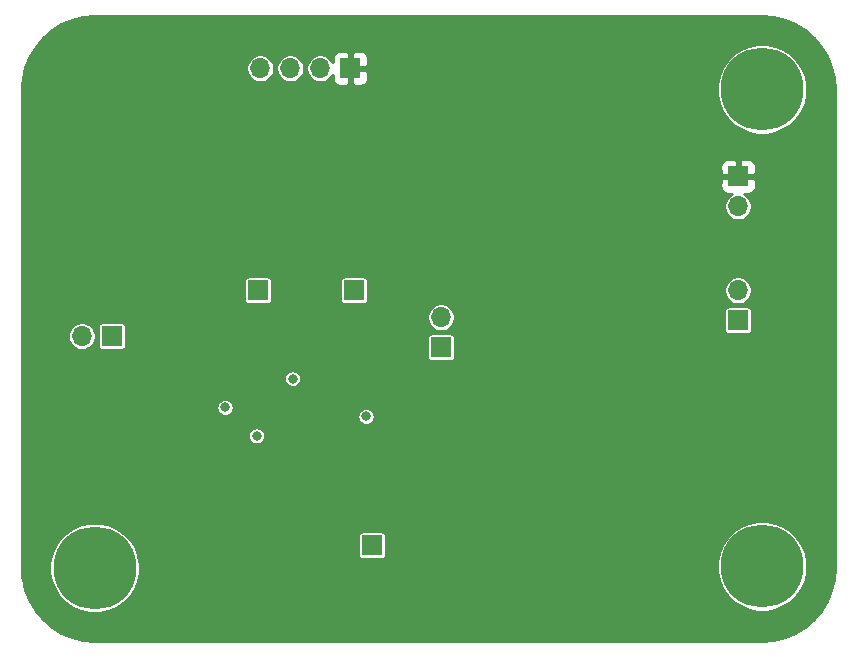
<source format=gbr>
%TF.GenerationSoftware,KiCad,Pcbnew,(5.1.9)-1*%
%TF.CreationDate,2021-07-13T18:03:53-04:00*%
%TF.ProjectId,detector_circuit_alt_LTC6254,64657465-6374-46f7-925f-636972637569,rev?*%
%TF.SameCoordinates,Original*%
%TF.FileFunction,Copper,L2,Inr*%
%TF.FilePolarity,Positive*%
%FSLAX46Y46*%
G04 Gerber Fmt 4.6, Leading zero omitted, Abs format (unit mm)*
G04 Created by KiCad (PCBNEW (5.1.9)-1) date 2021-07-13 18:03:53*
%MOMM*%
%LPD*%
G01*
G04 APERTURE LIST*
%TA.AperFunction,ComponentPad*%
%ADD10C,7.000000*%
%TD*%
%TA.AperFunction,ComponentPad*%
%ADD11R,1.700000X1.700000*%
%TD*%
%TA.AperFunction,ComponentPad*%
%ADD12O,1.700000X1.700000*%
%TD*%
%TA.AperFunction,ViaPad*%
%ADD13C,0.800000*%
%TD*%
%TA.AperFunction,Conductor*%
%ADD14C,0.254000*%
%TD*%
%TA.AperFunction,Conductor*%
%ADD15C,0.100000*%
%TD*%
G04 APERTURE END LIST*
D10*
%TO.N,N/C*%
%TO.C,REF\u002A\u002A*%
X146685000Y-100457000D03*
%TD*%
%TO.N,N/C*%
%TO.C,REF\u002A\u002A*%
X146685000Y-140843000D03*
%TD*%
D11*
%TO.N,Net-(C31-Pad2)*%
%TO.C,TP2*%
X104013000Y-117475000D03*
%TD*%
%TO.N,Net-(C18-Pad2)*%
%TO.C,TP15*%
X113665000Y-139065000D03*
%TD*%
D12*
%TO.N,/AMP_OUT*%
%TO.C,JP1*%
X119507000Y-119761000D03*
D11*
%TO.N,Net-(C36-Pad1)*%
X119507000Y-122301000D03*
%TD*%
%TO.N,/DET_ADC*%
%TO.C,TP1*%
X112141000Y-117475000D03*
%TD*%
D12*
%TO.N,/Filter_IN*%
%TO.C,JP5*%
X89090500Y-121348500D03*
D11*
%TO.N,Net-(C31-Pad1)*%
X91630500Y-121348500D03*
%TD*%
D12*
%TO.N,/SIPM_OUT*%
%TO.C,J3*%
X104203500Y-98679000D03*
%TO.N,/DET_ADC*%
X106743500Y-98679000D03*
%TO.N,/AMP_OUT*%
X109283500Y-98679000D03*
D11*
%TO.N,GND*%
X111823500Y-98679000D03*
%TD*%
D12*
%TO.N,N/C*%
%TO.C,J2*%
X144653000Y-117475000D03*
D11*
%TO.N,/SIPM_OUT*%
X144653000Y-120015000D03*
%TD*%
D12*
%TO.N,+4.7V*%
%TO.C,J1*%
X144653000Y-110363000D03*
D11*
%TO.N,GND*%
X144653000Y-107823000D03*
%TD*%
D10*
%TO.N,N/C*%
%TO.C,REF\u002A\u002A*%
X90170000Y-140970000D03*
%TD*%
D13*
%TO.N,GND*%
X124460000Y-123190000D03*
X109982000Y-140589000D03*
X100965000Y-140589000D03*
X101219000Y-125349000D03*
X127635000Y-123190000D03*
X114173000Y-100520500D03*
X114681000Y-127635000D03*
X126669800Y-131394200D03*
X122809000Y-131191000D03*
X130429000Y-131191000D03*
X133985000Y-131191000D03*
%TO.N,Net-(C31-Pad1)*%
X106943000Y-124959000D03*
%TO.N,Net-(C36-Pad1)*%
X113157000Y-128143000D03*
X103886000Y-129794000D03*
%TO.N,+4.7V*%
X101219000Y-127381000D03*
%TD*%
D14*
%TO.N,GND*%
X147650585Y-94360540D02*
X148592388Y-94586647D01*
X149487239Y-94957307D01*
X150313075Y-95463379D01*
X151049583Y-96092417D01*
X151678620Y-96828925D01*
X152184694Y-97654764D01*
X152555353Y-98549612D01*
X152781460Y-99491420D01*
X152858001Y-100463963D01*
X152858000Y-140963050D01*
X152781460Y-141935580D01*
X152555353Y-142877388D01*
X152184694Y-143772236D01*
X151678620Y-144598075D01*
X151049583Y-145334583D01*
X150313075Y-145963621D01*
X149487239Y-146469693D01*
X148592388Y-146840353D01*
X147650585Y-147066460D01*
X146678051Y-147143000D01*
X90176950Y-147143000D01*
X89204420Y-147066460D01*
X88262612Y-146840353D01*
X87367764Y-146469694D01*
X86541925Y-145963620D01*
X85805417Y-145334583D01*
X85176379Y-144598075D01*
X84670307Y-143772239D01*
X84299647Y-142877388D01*
X84073540Y-141935585D01*
X84067568Y-141859704D01*
X84066059Y-140593073D01*
X86343000Y-140593073D01*
X86343000Y-141346927D01*
X86490070Y-142086295D01*
X86778557Y-142782764D01*
X87197375Y-143409570D01*
X87730430Y-143942625D01*
X88357236Y-144361443D01*
X89053705Y-144649930D01*
X89793073Y-144797000D01*
X90546927Y-144797000D01*
X91286295Y-144649930D01*
X91982764Y-144361443D01*
X92609570Y-143942625D01*
X93142625Y-143409570D01*
X93561443Y-142782764D01*
X93849930Y-142086295D01*
X93997000Y-141346927D01*
X93997000Y-140593073D01*
X93971739Y-140466073D01*
X142858000Y-140466073D01*
X142858000Y-141219927D01*
X143005070Y-141959295D01*
X143293557Y-142655764D01*
X143712375Y-143282570D01*
X144245430Y-143815625D01*
X144872236Y-144234443D01*
X145568705Y-144522930D01*
X146308073Y-144670000D01*
X147061927Y-144670000D01*
X147801295Y-144522930D01*
X148497764Y-144234443D01*
X149124570Y-143815625D01*
X149657625Y-143282570D01*
X150076443Y-142655764D01*
X150364930Y-141959295D01*
X150512000Y-141219927D01*
X150512000Y-140466073D01*
X150364930Y-139726705D01*
X150076443Y-139030236D01*
X149657625Y-138403430D01*
X149124570Y-137870375D01*
X148497764Y-137451557D01*
X147801295Y-137163070D01*
X147061927Y-137016000D01*
X146308073Y-137016000D01*
X145568705Y-137163070D01*
X144872236Y-137451557D01*
X144245430Y-137870375D01*
X143712375Y-138403430D01*
X143293557Y-139030236D01*
X143005070Y-139726705D01*
X142858000Y-140466073D01*
X93971739Y-140466073D01*
X93849930Y-139853705D01*
X93561443Y-139157236D01*
X93142625Y-138530430D01*
X92827195Y-138215000D01*
X112486418Y-138215000D01*
X112486418Y-139915000D01*
X112492732Y-139979103D01*
X112511430Y-140040743D01*
X112541794Y-140097550D01*
X112582657Y-140147343D01*
X112632450Y-140188206D01*
X112689257Y-140218570D01*
X112750897Y-140237268D01*
X112815000Y-140243582D01*
X114515000Y-140243582D01*
X114579103Y-140237268D01*
X114640743Y-140218570D01*
X114697550Y-140188206D01*
X114747343Y-140147343D01*
X114788206Y-140097550D01*
X114818570Y-140040743D01*
X114837268Y-139979103D01*
X114843582Y-139915000D01*
X114843582Y-138215000D01*
X114837268Y-138150897D01*
X114818570Y-138089257D01*
X114788206Y-138032450D01*
X114747343Y-137982657D01*
X114697550Y-137941794D01*
X114640743Y-137911430D01*
X114579103Y-137892732D01*
X114515000Y-137886418D01*
X112815000Y-137886418D01*
X112750897Y-137892732D01*
X112689257Y-137911430D01*
X112632450Y-137941794D01*
X112582657Y-137982657D01*
X112541794Y-138032450D01*
X112511430Y-138089257D01*
X112492732Y-138150897D01*
X112486418Y-138215000D01*
X92827195Y-138215000D01*
X92609570Y-137997375D01*
X91982764Y-137578557D01*
X91286295Y-137290070D01*
X90546927Y-137143000D01*
X89793073Y-137143000D01*
X89053705Y-137290070D01*
X88357236Y-137578557D01*
X87730430Y-137997375D01*
X87197375Y-138530430D01*
X86778557Y-139157236D01*
X86490070Y-139853705D01*
X86343000Y-140593073D01*
X84066059Y-140593073D01*
X84053103Y-129722397D01*
X103159000Y-129722397D01*
X103159000Y-129865603D01*
X103186938Y-130006058D01*
X103241741Y-130138364D01*
X103321302Y-130257436D01*
X103422564Y-130358698D01*
X103541636Y-130438259D01*
X103673942Y-130493062D01*
X103814397Y-130521000D01*
X103957603Y-130521000D01*
X104098058Y-130493062D01*
X104230364Y-130438259D01*
X104349436Y-130358698D01*
X104450698Y-130257436D01*
X104530259Y-130138364D01*
X104585062Y-130006058D01*
X104613000Y-129865603D01*
X104613000Y-129722397D01*
X104585062Y-129581942D01*
X104530259Y-129449636D01*
X104450698Y-129330564D01*
X104349436Y-129229302D01*
X104230364Y-129149741D01*
X104098058Y-129094938D01*
X103957603Y-129067000D01*
X103814397Y-129067000D01*
X103673942Y-129094938D01*
X103541636Y-129149741D01*
X103422564Y-129229302D01*
X103321302Y-129330564D01*
X103241741Y-129449636D01*
X103186938Y-129581942D01*
X103159000Y-129722397D01*
X84053103Y-129722397D01*
X84050227Y-127309397D01*
X100492000Y-127309397D01*
X100492000Y-127452603D01*
X100519938Y-127593058D01*
X100574741Y-127725364D01*
X100654302Y-127844436D01*
X100755564Y-127945698D01*
X100874636Y-128025259D01*
X101006942Y-128080062D01*
X101147397Y-128108000D01*
X101290603Y-128108000D01*
X101431058Y-128080062D01*
X101451977Y-128071397D01*
X112430000Y-128071397D01*
X112430000Y-128214603D01*
X112457938Y-128355058D01*
X112512741Y-128487364D01*
X112592302Y-128606436D01*
X112693564Y-128707698D01*
X112812636Y-128787259D01*
X112944942Y-128842062D01*
X113085397Y-128870000D01*
X113228603Y-128870000D01*
X113369058Y-128842062D01*
X113501364Y-128787259D01*
X113620436Y-128707698D01*
X113721698Y-128606436D01*
X113801259Y-128487364D01*
X113856062Y-128355058D01*
X113884000Y-128214603D01*
X113884000Y-128071397D01*
X113856062Y-127930942D01*
X113801259Y-127798636D01*
X113721698Y-127679564D01*
X113620436Y-127578302D01*
X113501364Y-127498741D01*
X113369058Y-127443938D01*
X113228603Y-127416000D01*
X113085397Y-127416000D01*
X112944942Y-127443938D01*
X112812636Y-127498741D01*
X112693564Y-127578302D01*
X112592302Y-127679564D01*
X112512741Y-127798636D01*
X112457938Y-127930942D01*
X112430000Y-128071397D01*
X101451977Y-128071397D01*
X101563364Y-128025259D01*
X101682436Y-127945698D01*
X101783698Y-127844436D01*
X101863259Y-127725364D01*
X101918062Y-127593058D01*
X101946000Y-127452603D01*
X101946000Y-127309397D01*
X101918062Y-127168942D01*
X101863259Y-127036636D01*
X101783698Y-126917564D01*
X101682436Y-126816302D01*
X101563364Y-126736741D01*
X101431058Y-126681938D01*
X101290603Y-126654000D01*
X101147397Y-126654000D01*
X101006942Y-126681938D01*
X100874636Y-126736741D01*
X100755564Y-126816302D01*
X100654302Y-126917564D01*
X100574741Y-127036636D01*
X100519938Y-127168942D01*
X100492000Y-127309397D01*
X84050227Y-127309397D01*
X84047340Y-124887397D01*
X106216000Y-124887397D01*
X106216000Y-125030603D01*
X106243938Y-125171058D01*
X106298741Y-125303364D01*
X106378302Y-125422436D01*
X106479564Y-125523698D01*
X106598636Y-125603259D01*
X106730942Y-125658062D01*
X106871397Y-125686000D01*
X107014603Y-125686000D01*
X107155058Y-125658062D01*
X107287364Y-125603259D01*
X107406436Y-125523698D01*
X107507698Y-125422436D01*
X107587259Y-125303364D01*
X107642062Y-125171058D01*
X107670000Y-125030603D01*
X107670000Y-124887397D01*
X107642062Y-124746942D01*
X107587259Y-124614636D01*
X107507698Y-124495564D01*
X107406436Y-124394302D01*
X107287364Y-124314741D01*
X107155058Y-124259938D01*
X107014603Y-124232000D01*
X106871397Y-124232000D01*
X106730942Y-124259938D01*
X106598636Y-124314741D01*
X106479564Y-124394302D01*
X106378302Y-124495564D01*
X106298741Y-124614636D01*
X106243938Y-124746942D01*
X106216000Y-124887397D01*
X84047340Y-124887397D01*
X84042983Y-121232576D01*
X87913500Y-121232576D01*
X87913500Y-121464424D01*
X87958731Y-121691818D01*
X88047456Y-121906019D01*
X88176264Y-122098794D01*
X88340206Y-122262736D01*
X88532981Y-122391544D01*
X88747182Y-122480269D01*
X88974576Y-122525500D01*
X89206424Y-122525500D01*
X89433818Y-122480269D01*
X89648019Y-122391544D01*
X89840794Y-122262736D01*
X90004736Y-122098794D01*
X90133544Y-121906019D01*
X90222269Y-121691818D01*
X90267500Y-121464424D01*
X90267500Y-121232576D01*
X90222269Y-121005182D01*
X90133544Y-120790981D01*
X90004736Y-120598206D01*
X89905030Y-120498500D01*
X90451918Y-120498500D01*
X90451918Y-122198500D01*
X90458232Y-122262603D01*
X90476930Y-122324243D01*
X90507294Y-122381050D01*
X90548157Y-122430843D01*
X90597950Y-122471706D01*
X90654757Y-122502070D01*
X90716397Y-122520768D01*
X90780500Y-122527082D01*
X92480500Y-122527082D01*
X92544603Y-122520768D01*
X92606243Y-122502070D01*
X92663050Y-122471706D01*
X92712843Y-122430843D01*
X92753706Y-122381050D01*
X92784070Y-122324243D01*
X92802768Y-122262603D01*
X92809082Y-122198500D01*
X92809082Y-121451000D01*
X118328418Y-121451000D01*
X118328418Y-123151000D01*
X118334732Y-123215103D01*
X118353430Y-123276743D01*
X118383794Y-123333550D01*
X118424657Y-123383343D01*
X118474450Y-123424206D01*
X118531257Y-123454570D01*
X118592897Y-123473268D01*
X118657000Y-123479582D01*
X120357000Y-123479582D01*
X120421103Y-123473268D01*
X120482743Y-123454570D01*
X120539550Y-123424206D01*
X120589343Y-123383343D01*
X120630206Y-123333550D01*
X120660570Y-123276743D01*
X120679268Y-123215103D01*
X120685582Y-123151000D01*
X120685582Y-121451000D01*
X120679268Y-121386897D01*
X120660570Y-121325257D01*
X120630206Y-121268450D01*
X120589343Y-121218657D01*
X120539550Y-121177794D01*
X120482743Y-121147430D01*
X120421103Y-121128732D01*
X120357000Y-121122418D01*
X118657000Y-121122418D01*
X118592897Y-121128732D01*
X118531257Y-121147430D01*
X118474450Y-121177794D01*
X118424657Y-121218657D01*
X118383794Y-121268450D01*
X118353430Y-121325257D01*
X118334732Y-121386897D01*
X118328418Y-121451000D01*
X92809082Y-121451000D01*
X92809082Y-120498500D01*
X92802768Y-120434397D01*
X92784070Y-120372757D01*
X92753706Y-120315950D01*
X92712843Y-120266157D01*
X92663050Y-120225294D01*
X92606243Y-120194930D01*
X92544603Y-120176232D01*
X92480500Y-120169918D01*
X90780500Y-120169918D01*
X90716397Y-120176232D01*
X90654757Y-120194930D01*
X90597950Y-120225294D01*
X90548157Y-120266157D01*
X90507294Y-120315950D01*
X90476930Y-120372757D01*
X90458232Y-120434397D01*
X90451918Y-120498500D01*
X89905030Y-120498500D01*
X89840794Y-120434264D01*
X89648019Y-120305456D01*
X89433818Y-120216731D01*
X89206424Y-120171500D01*
X88974576Y-120171500D01*
X88747182Y-120216731D01*
X88532981Y-120305456D01*
X88340206Y-120434264D01*
X88176264Y-120598206D01*
X88047456Y-120790981D01*
X87958731Y-121005182D01*
X87913500Y-121232576D01*
X84042983Y-121232576D01*
X84041091Y-119645076D01*
X118330000Y-119645076D01*
X118330000Y-119876924D01*
X118375231Y-120104318D01*
X118463956Y-120318519D01*
X118592764Y-120511294D01*
X118756706Y-120675236D01*
X118949481Y-120804044D01*
X119163682Y-120892769D01*
X119391076Y-120938000D01*
X119622924Y-120938000D01*
X119850318Y-120892769D01*
X120064519Y-120804044D01*
X120257294Y-120675236D01*
X120421236Y-120511294D01*
X120550044Y-120318519D01*
X120638769Y-120104318D01*
X120684000Y-119876924D01*
X120684000Y-119645076D01*
X120638769Y-119417682D01*
X120550044Y-119203481D01*
X120524332Y-119165000D01*
X143474418Y-119165000D01*
X143474418Y-120865000D01*
X143480732Y-120929103D01*
X143499430Y-120990743D01*
X143529794Y-121047550D01*
X143570657Y-121097343D01*
X143620450Y-121138206D01*
X143677257Y-121168570D01*
X143738897Y-121187268D01*
X143803000Y-121193582D01*
X145503000Y-121193582D01*
X145567103Y-121187268D01*
X145628743Y-121168570D01*
X145685550Y-121138206D01*
X145735343Y-121097343D01*
X145776206Y-121047550D01*
X145806570Y-120990743D01*
X145825268Y-120929103D01*
X145831582Y-120865000D01*
X145831582Y-119165000D01*
X145825268Y-119100897D01*
X145806570Y-119039257D01*
X145776206Y-118982450D01*
X145735343Y-118932657D01*
X145685550Y-118891794D01*
X145628743Y-118861430D01*
X145567103Y-118842732D01*
X145503000Y-118836418D01*
X143803000Y-118836418D01*
X143738897Y-118842732D01*
X143677257Y-118861430D01*
X143620450Y-118891794D01*
X143570657Y-118932657D01*
X143529794Y-118982450D01*
X143499430Y-119039257D01*
X143480732Y-119100897D01*
X143474418Y-119165000D01*
X120524332Y-119165000D01*
X120421236Y-119010706D01*
X120257294Y-118846764D01*
X120064519Y-118717956D01*
X119850318Y-118629231D01*
X119622924Y-118584000D01*
X119391076Y-118584000D01*
X119163682Y-118629231D01*
X118949481Y-118717956D01*
X118756706Y-118846764D01*
X118592764Y-119010706D01*
X118463956Y-119203481D01*
X118375231Y-119417682D01*
X118330000Y-119645076D01*
X84041091Y-119645076D01*
X84037491Y-116625000D01*
X102834418Y-116625000D01*
X102834418Y-118325000D01*
X102840732Y-118389103D01*
X102859430Y-118450743D01*
X102889794Y-118507550D01*
X102930657Y-118557343D01*
X102980450Y-118598206D01*
X103037257Y-118628570D01*
X103098897Y-118647268D01*
X103163000Y-118653582D01*
X104863000Y-118653582D01*
X104927103Y-118647268D01*
X104988743Y-118628570D01*
X105045550Y-118598206D01*
X105095343Y-118557343D01*
X105136206Y-118507550D01*
X105166570Y-118450743D01*
X105185268Y-118389103D01*
X105191582Y-118325000D01*
X105191582Y-116625000D01*
X110962418Y-116625000D01*
X110962418Y-118325000D01*
X110968732Y-118389103D01*
X110987430Y-118450743D01*
X111017794Y-118507550D01*
X111058657Y-118557343D01*
X111108450Y-118598206D01*
X111165257Y-118628570D01*
X111226897Y-118647268D01*
X111291000Y-118653582D01*
X112991000Y-118653582D01*
X113055103Y-118647268D01*
X113116743Y-118628570D01*
X113173550Y-118598206D01*
X113223343Y-118557343D01*
X113264206Y-118507550D01*
X113294570Y-118450743D01*
X113313268Y-118389103D01*
X113319582Y-118325000D01*
X113319582Y-117359076D01*
X143476000Y-117359076D01*
X143476000Y-117590924D01*
X143521231Y-117818318D01*
X143609956Y-118032519D01*
X143738764Y-118225294D01*
X143902706Y-118389236D01*
X144095481Y-118518044D01*
X144309682Y-118606769D01*
X144537076Y-118652000D01*
X144768924Y-118652000D01*
X144996318Y-118606769D01*
X145210519Y-118518044D01*
X145403294Y-118389236D01*
X145567236Y-118225294D01*
X145696044Y-118032519D01*
X145784769Y-117818318D01*
X145830000Y-117590924D01*
X145830000Y-117359076D01*
X145784769Y-117131682D01*
X145696044Y-116917481D01*
X145567236Y-116724706D01*
X145403294Y-116560764D01*
X145210519Y-116431956D01*
X144996318Y-116343231D01*
X144768924Y-116298000D01*
X144537076Y-116298000D01*
X144309682Y-116343231D01*
X144095481Y-116431956D01*
X143902706Y-116560764D01*
X143738764Y-116724706D01*
X143609956Y-116917481D01*
X143521231Y-117131682D01*
X143476000Y-117359076D01*
X113319582Y-117359076D01*
X113319582Y-116625000D01*
X113313268Y-116560897D01*
X113294570Y-116499257D01*
X113264206Y-116442450D01*
X113223343Y-116392657D01*
X113173550Y-116351794D01*
X113116743Y-116321430D01*
X113055103Y-116302732D01*
X112991000Y-116296418D01*
X111291000Y-116296418D01*
X111226897Y-116302732D01*
X111165257Y-116321430D01*
X111108450Y-116351794D01*
X111058657Y-116392657D01*
X111017794Y-116442450D01*
X110987430Y-116499257D01*
X110968732Y-116560897D01*
X110962418Y-116625000D01*
X105191582Y-116625000D01*
X105185268Y-116560897D01*
X105166570Y-116499257D01*
X105136206Y-116442450D01*
X105095343Y-116392657D01*
X105045550Y-116351794D01*
X104988743Y-116321430D01*
X104927103Y-116302732D01*
X104863000Y-116296418D01*
X103163000Y-116296418D01*
X103098897Y-116302732D01*
X103037257Y-116321430D01*
X102980450Y-116351794D01*
X102930657Y-116392657D01*
X102889794Y-116442450D01*
X102859430Y-116499257D01*
X102840732Y-116560897D01*
X102834418Y-116625000D01*
X84037491Y-116625000D01*
X84028013Y-108673000D01*
X143164928Y-108673000D01*
X143177188Y-108797482D01*
X143213498Y-108917180D01*
X143272463Y-109027494D01*
X143351815Y-109124185D01*
X143448506Y-109203537D01*
X143558820Y-109262502D01*
X143678518Y-109298812D01*
X143803000Y-109311072D01*
X144121110Y-109309340D01*
X144095481Y-109319956D01*
X143902706Y-109448764D01*
X143738764Y-109612706D01*
X143609956Y-109805481D01*
X143521231Y-110019682D01*
X143476000Y-110247076D01*
X143476000Y-110478924D01*
X143521231Y-110706318D01*
X143609956Y-110920519D01*
X143738764Y-111113294D01*
X143902706Y-111277236D01*
X144095481Y-111406044D01*
X144309682Y-111494769D01*
X144537076Y-111540000D01*
X144768924Y-111540000D01*
X144996318Y-111494769D01*
X145210519Y-111406044D01*
X145403294Y-111277236D01*
X145567236Y-111113294D01*
X145696044Y-110920519D01*
X145784769Y-110706318D01*
X145830000Y-110478924D01*
X145830000Y-110247076D01*
X145784769Y-110019682D01*
X145696044Y-109805481D01*
X145567236Y-109612706D01*
X145403294Y-109448764D01*
X145210519Y-109319956D01*
X145184890Y-109309340D01*
X145503000Y-109311072D01*
X145627482Y-109298812D01*
X145747180Y-109262502D01*
X145857494Y-109203537D01*
X145954185Y-109124185D01*
X146033537Y-109027494D01*
X146092502Y-108917180D01*
X146128812Y-108797482D01*
X146141072Y-108673000D01*
X146138000Y-108108750D01*
X145979250Y-107950000D01*
X144780000Y-107950000D01*
X144780000Y-107970000D01*
X144526000Y-107970000D01*
X144526000Y-107950000D01*
X143326750Y-107950000D01*
X143168000Y-108108750D01*
X143164928Y-108673000D01*
X84028013Y-108673000D01*
X84025987Y-106973000D01*
X143164928Y-106973000D01*
X143168000Y-107537250D01*
X143326750Y-107696000D01*
X144526000Y-107696000D01*
X144526000Y-106496750D01*
X144780000Y-106496750D01*
X144780000Y-107696000D01*
X145979250Y-107696000D01*
X146138000Y-107537250D01*
X146141072Y-106973000D01*
X146128812Y-106848518D01*
X146092502Y-106728820D01*
X146033537Y-106618506D01*
X145954185Y-106521815D01*
X145857494Y-106442463D01*
X145747180Y-106383498D01*
X145627482Y-106347188D01*
X145503000Y-106334928D01*
X144938750Y-106338000D01*
X144780000Y-106496750D01*
X144526000Y-106496750D01*
X144367250Y-106338000D01*
X143803000Y-106334928D01*
X143678518Y-106347188D01*
X143558820Y-106383498D01*
X143448506Y-106442463D01*
X143351815Y-106521815D01*
X143272463Y-106618506D01*
X143213498Y-106728820D01*
X143177188Y-106848518D01*
X143164928Y-106973000D01*
X84025987Y-106973000D01*
X84017911Y-100198248D01*
X84073540Y-99491415D01*
X84296414Y-98563076D01*
X103026500Y-98563076D01*
X103026500Y-98794924D01*
X103071731Y-99022318D01*
X103160456Y-99236519D01*
X103289264Y-99429294D01*
X103453206Y-99593236D01*
X103645981Y-99722044D01*
X103860182Y-99810769D01*
X104087576Y-99856000D01*
X104319424Y-99856000D01*
X104546818Y-99810769D01*
X104761019Y-99722044D01*
X104953794Y-99593236D01*
X105117736Y-99429294D01*
X105246544Y-99236519D01*
X105335269Y-99022318D01*
X105380500Y-98794924D01*
X105380500Y-98563076D01*
X105566500Y-98563076D01*
X105566500Y-98794924D01*
X105611731Y-99022318D01*
X105700456Y-99236519D01*
X105829264Y-99429294D01*
X105993206Y-99593236D01*
X106185981Y-99722044D01*
X106400182Y-99810769D01*
X106627576Y-99856000D01*
X106859424Y-99856000D01*
X107086818Y-99810769D01*
X107301019Y-99722044D01*
X107493794Y-99593236D01*
X107657736Y-99429294D01*
X107786544Y-99236519D01*
X107875269Y-99022318D01*
X107920500Y-98794924D01*
X107920500Y-98563076D01*
X108106500Y-98563076D01*
X108106500Y-98794924D01*
X108151731Y-99022318D01*
X108240456Y-99236519D01*
X108369264Y-99429294D01*
X108533206Y-99593236D01*
X108725981Y-99722044D01*
X108940182Y-99810769D01*
X109167576Y-99856000D01*
X109399424Y-99856000D01*
X109626818Y-99810769D01*
X109841019Y-99722044D01*
X110033794Y-99593236D01*
X110197736Y-99429294D01*
X110326544Y-99236519D01*
X110337160Y-99210890D01*
X110335428Y-99529000D01*
X110347688Y-99653482D01*
X110383998Y-99773180D01*
X110442963Y-99883494D01*
X110522315Y-99980185D01*
X110619006Y-100059537D01*
X110729320Y-100118502D01*
X110849018Y-100154812D01*
X110973500Y-100167072D01*
X111537750Y-100164000D01*
X111696500Y-100005250D01*
X111696500Y-98806000D01*
X111950500Y-98806000D01*
X111950500Y-100005250D01*
X112109250Y-100164000D01*
X112673500Y-100167072D01*
X112797982Y-100154812D01*
X112917680Y-100118502D01*
X112989574Y-100080073D01*
X142858000Y-100080073D01*
X142858000Y-100833927D01*
X143005070Y-101573295D01*
X143293557Y-102269764D01*
X143712375Y-102896570D01*
X144245430Y-103429625D01*
X144872236Y-103848443D01*
X145568705Y-104136930D01*
X146308073Y-104284000D01*
X147061927Y-104284000D01*
X147801295Y-104136930D01*
X148497764Y-103848443D01*
X149124570Y-103429625D01*
X149657625Y-102896570D01*
X150076443Y-102269764D01*
X150364930Y-101573295D01*
X150512000Y-100833927D01*
X150512000Y-100080073D01*
X150364930Y-99340705D01*
X150076443Y-98644236D01*
X149657625Y-98017430D01*
X149124570Y-97484375D01*
X148497764Y-97065557D01*
X147801295Y-96777070D01*
X147061927Y-96630000D01*
X146308073Y-96630000D01*
X145568705Y-96777070D01*
X144872236Y-97065557D01*
X144245430Y-97484375D01*
X143712375Y-98017430D01*
X143293557Y-98644236D01*
X143005070Y-99340705D01*
X142858000Y-100080073D01*
X112989574Y-100080073D01*
X113027994Y-100059537D01*
X113124685Y-99980185D01*
X113204037Y-99883494D01*
X113263002Y-99773180D01*
X113299312Y-99653482D01*
X113311572Y-99529000D01*
X113308500Y-98964750D01*
X113149750Y-98806000D01*
X111950500Y-98806000D01*
X111696500Y-98806000D01*
X111676500Y-98806000D01*
X111676500Y-98552000D01*
X111696500Y-98552000D01*
X111696500Y-97352750D01*
X111950500Y-97352750D01*
X111950500Y-98552000D01*
X113149750Y-98552000D01*
X113308500Y-98393250D01*
X113311572Y-97829000D01*
X113299312Y-97704518D01*
X113263002Y-97584820D01*
X113204037Y-97474506D01*
X113124685Y-97377815D01*
X113027994Y-97298463D01*
X112917680Y-97239498D01*
X112797982Y-97203188D01*
X112673500Y-97190928D01*
X112109250Y-97194000D01*
X111950500Y-97352750D01*
X111696500Y-97352750D01*
X111537750Y-97194000D01*
X110973500Y-97190928D01*
X110849018Y-97203188D01*
X110729320Y-97239498D01*
X110619006Y-97298463D01*
X110522315Y-97377815D01*
X110442963Y-97474506D01*
X110383998Y-97584820D01*
X110347688Y-97704518D01*
X110335428Y-97829000D01*
X110337160Y-98147110D01*
X110326544Y-98121481D01*
X110197736Y-97928706D01*
X110033794Y-97764764D01*
X109841019Y-97635956D01*
X109626818Y-97547231D01*
X109399424Y-97502000D01*
X109167576Y-97502000D01*
X108940182Y-97547231D01*
X108725981Y-97635956D01*
X108533206Y-97764764D01*
X108369264Y-97928706D01*
X108240456Y-98121481D01*
X108151731Y-98335682D01*
X108106500Y-98563076D01*
X107920500Y-98563076D01*
X107875269Y-98335682D01*
X107786544Y-98121481D01*
X107657736Y-97928706D01*
X107493794Y-97764764D01*
X107301019Y-97635956D01*
X107086818Y-97547231D01*
X106859424Y-97502000D01*
X106627576Y-97502000D01*
X106400182Y-97547231D01*
X106185981Y-97635956D01*
X105993206Y-97764764D01*
X105829264Y-97928706D01*
X105700456Y-98121481D01*
X105611731Y-98335682D01*
X105566500Y-98563076D01*
X105380500Y-98563076D01*
X105335269Y-98335682D01*
X105246544Y-98121481D01*
X105117736Y-97928706D01*
X104953794Y-97764764D01*
X104761019Y-97635956D01*
X104546818Y-97547231D01*
X104319424Y-97502000D01*
X104087576Y-97502000D01*
X103860182Y-97547231D01*
X103645981Y-97635956D01*
X103453206Y-97764764D01*
X103289264Y-97928706D01*
X103160456Y-98121481D01*
X103071731Y-98335682D01*
X103026500Y-98563076D01*
X84296414Y-98563076D01*
X84299647Y-98549612D01*
X84670307Y-97654761D01*
X85176379Y-96828925D01*
X85805417Y-96092417D01*
X86541925Y-95463380D01*
X87367764Y-94957306D01*
X88262612Y-94586647D01*
X89204420Y-94360540D01*
X90176950Y-94284000D01*
X146678051Y-94284000D01*
X147650585Y-94360540D01*
%TA.AperFunction,Conductor*%
D15*
G36*
X147650585Y-94360540D02*
G01*
X148592388Y-94586647D01*
X149487239Y-94957307D01*
X150313075Y-95463379D01*
X151049583Y-96092417D01*
X151678620Y-96828925D01*
X152184694Y-97654764D01*
X152555353Y-98549612D01*
X152781460Y-99491420D01*
X152858001Y-100463963D01*
X152858000Y-140963050D01*
X152781460Y-141935580D01*
X152555353Y-142877388D01*
X152184694Y-143772236D01*
X151678620Y-144598075D01*
X151049583Y-145334583D01*
X150313075Y-145963621D01*
X149487239Y-146469693D01*
X148592388Y-146840353D01*
X147650585Y-147066460D01*
X146678051Y-147143000D01*
X90176950Y-147143000D01*
X89204420Y-147066460D01*
X88262612Y-146840353D01*
X87367764Y-146469694D01*
X86541925Y-145963620D01*
X85805417Y-145334583D01*
X85176379Y-144598075D01*
X84670307Y-143772239D01*
X84299647Y-142877388D01*
X84073540Y-141935585D01*
X84067568Y-141859704D01*
X84066059Y-140593073D01*
X86343000Y-140593073D01*
X86343000Y-141346927D01*
X86490070Y-142086295D01*
X86778557Y-142782764D01*
X87197375Y-143409570D01*
X87730430Y-143942625D01*
X88357236Y-144361443D01*
X89053705Y-144649930D01*
X89793073Y-144797000D01*
X90546927Y-144797000D01*
X91286295Y-144649930D01*
X91982764Y-144361443D01*
X92609570Y-143942625D01*
X93142625Y-143409570D01*
X93561443Y-142782764D01*
X93849930Y-142086295D01*
X93997000Y-141346927D01*
X93997000Y-140593073D01*
X93971739Y-140466073D01*
X142858000Y-140466073D01*
X142858000Y-141219927D01*
X143005070Y-141959295D01*
X143293557Y-142655764D01*
X143712375Y-143282570D01*
X144245430Y-143815625D01*
X144872236Y-144234443D01*
X145568705Y-144522930D01*
X146308073Y-144670000D01*
X147061927Y-144670000D01*
X147801295Y-144522930D01*
X148497764Y-144234443D01*
X149124570Y-143815625D01*
X149657625Y-143282570D01*
X150076443Y-142655764D01*
X150364930Y-141959295D01*
X150512000Y-141219927D01*
X150512000Y-140466073D01*
X150364930Y-139726705D01*
X150076443Y-139030236D01*
X149657625Y-138403430D01*
X149124570Y-137870375D01*
X148497764Y-137451557D01*
X147801295Y-137163070D01*
X147061927Y-137016000D01*
X146308073Y-137016000D01*
X145568705Y-137163070D01*
X144872236Y-137451557D01*
X144245430Y-137870375D01*
X143712375Y-138403430D01*
X143293557Y-139030236D01*
X143005070Y-139726705D01*
X142858000Y-140466073D01*
X93971739Y-140466073D01*
X93849930Y-139853705D01*
X93561443Y-139157236D01*
X93142625Y-138530430D01*
X92827195Y-138215000D01*
X112486418Y-138215000D01*
X112486418Y-139915000D01*
X112492732Y-139979103D01*
X112511430Y-140040743D01*
X112541794Y-140097550D01*
X112582657Y-140147343D01*
X112632450Y-140188206D01*
X112689257Y-140218570D01*
X112750897Y-140237268D01*
X112815000Y-140243582D01*
X114515000Y-140243582D01*
X114579103Y-140237268D01*
X114640743Y-140218570D01*
X114697550Y-140188206D01*
X114747343Y-140147343D01*
X114788206Y-140097550D01*
X114818570Y-140040743D01*
X114837268Y-139979103D01*
X114843582Y-139915000D01*
X114843582Y-138215000D01*
X114837268Y-138150897D01*
X114818570Y-138089257D01*
X114788206Y-138032450D01*
X114747343Y-137982657D01*
X114697550Y-137941794D01*
X114640743Y-137911430D01*
X114579103Y-137892732D01*
X114515000Y-137886418D01*
X112815000Y-137886418D01*
X112750897Y-137892732D01*
X112689257Y-137911430D01*
X112632450Y-137941794D01*
X112582657Y-137982657D01*
X112541794Y-138032450D01*
X112511430Y-138089257D01*
X112492732Y-138150897D01*
X112486418Y-138215000D01*
X92827195Y-138215000D01*
X92609570Y-137997375D01*
X91982764Y-137578557D01*
X91286295Y-137290070D01*
X90546927Y-137143000D01*
X89793073Y-137143000D01*
X89053705Y-137290070D01*
X88357236Y-137578557D01*
X87730430Y-137997375D01*
X87197375Y-138530430D01*
X86778557Y-139157236D01*
X86490070Y-139853705D01*
X86343000Y-140593073D01*
X84066059Y-140593073D01*
X84053103Y-129722397D01*
X103159000Y-129722397D01*
X103159000Y-129865603D01*
X103186938Y-130006058D01*
X103241741Y-130138364D01*
X103321302Y-130257436D01*
X103422564Y-130358698D01*
X103541636Y-130438259D01*
X103673942Y-130493062D01*
X103814397Y-130521000D01*
X103957603Y-130521000D01*
X104098058Y-130493062D01*
X104230364Y-130438259D01*
X104349436Y-130358698D01*
X104450698Y-130257436D01*
X104530259Y-130138364D01*
X104585062Y-130006058D01*
X104613000Y-129865603D01*
X104613000Y-129722397D01*
X104585062Y-129581942D01*
X104530259Y-129449636D01*
X104450698Y-129330564D01*
X104349436Y-129229302D01*
X104230364Y-129149741D01*
X104098058Y-129094938D01*
X103957603Y-129067000D01*
X103814397Y-129067000D01*
X103673942Y-129094938D01*
X103541636Y-129149741D01*
X103422564Y-129229302D01*
X103321302Y-129330564D01*
X103241741Y-129449636D01*
X103186938Y-129581942D01*
X103159000Y-129722397D01*
X84053103Y-129722397D01*
X84050227Y-127309397D01*
X100492000Y-127309397D01*
X100492000Y-127452603D01*
X100519938Y-127593058D01*
X100574741Y-127725364D01*
X100654302Y-127844436D01*
X100755564Y-127945698D01*
X100874636Y-128025259D01*
X101006942Y-128080062D01*
X101147397Y-128108000D01*
X101290603Y-128108000D01*
X101431058Y-128080062D01*
X101451977Y-128071397D01*
X112430000Y-128071397D01*
X112430000Y-128214603D01*
X112457938Y-128355058D01*
X112512741Y-128487364D01*
X112592302Y-128606436D01*
X112693564Y-128707698D01*
X112812636Y-128787259D01*
X112944942Y-128842062D01*
X113085397Y-128870000D01*
X113228603Y-128870000D01*
X113369058Y-128842062D01*
X113501364Y-128787259D01*
X113620436Y-128707698D01*
X113721698Y-128606436D01*
X113801259Y-128487364D01*
X113856062Y-128355058D01*
X113884000Y-128214603D01*
X113884000Y-128071397D01*
X113856062Y-127930942D01*
X113801259Y-127798636D01*
X113721698Y-127679564D01*
X113620436Y-127578302D01*
X113501364Y-127498741D01*
X113369058Y-127443938D01*
X113228603Y-127416000D01*
X113085397Y-127416000D01*
X112944942Y-127443938D01*
X112812636Y-127498741D01*
X112693564Y-127578302D01*
X112592302Y-127679564D01*
X112512741Y-127798636D01*
X112457938Y-127930942D01*
X112430000Y-128071397D01*
X101451977Y-128071397D01*
X101563364Y-128025259D01*
X101682436Y-127945698D01*
X101783698Y-127844436D01*
X101863259Y-127725364D01*
X101918062Y-127593058D01*
X101946000Y-127452603D01*
X101946000Y-127309397D01*
X101918062Y-127168942D01*
X101863259Y-127036636D01*
X101783698Y-126917564D01*
X101682436Y-126816302D01*
X101563364Y-126736741D01*
X101431058Y-126681938D01*
X101290603Y-126654000D01*
X101147397Y-126654000D01*
X101006942Y-126681938D01*
X100874636Y-126736741D01*
X100755564Y-126816302D01*
X100654302Y-126917564D01*
X100574741Y-127036636D01*
X100519938Y-127168942D01*
X100492000Y-127309397D01*
X84050227Y-127309397D01*
X84047340Y-124887397D01*
X106216000Y-124887397D01*
X106216000Y-125030603D01*
X106243938Y-125171058D01*
X106298741Y-125303364D01*
X106378302Y-125422436D01*
X106479564Y-125523698D01*
X106598636Y-125603259D01*
X106730942Y-125658062D01*
X106871397Y-125686000D01*
X107014603Y-125686000D01*
X107155058Y-125658062D01*
X107287364Y-125603259D01*
X107406436Y-125523698D01*
X107507698Y-125422436D01*
X107587259Y-125303364D01*
X107642062Y-125171058D01*
X107670000Y-125030603D01*
X107670000Y-124887397D01*
X107642062Y-124746942D01*
X107587259Y-124614636D01*
X107507698Y-124495564D01*
X107406436Y-124394302D01*
X107287364Y-124314741D01*
X107155058Y-124259938D01*
X107014603Y-124232000D01*
X106871397Y-124232000D01*
X106730942Y-124259938D01*
X106598636Y-124314741D01*
X106479564Y-124394302D01*
X106378302Y-124495564D01*
X106298741Y-124614636D01*
X106243938Y-124746942D01*
X106216000Y-124887397D01*
X84047340Y-124887397D01*
X84042983Y-121232576D01*
X87913500Y-121232576D01*
X87913500Y-121464424D01*
X87958731Y-121691818D01*
X88047456Y-121906019D01*
X88176264Y-122098794D01*
X88340206Y-122262736D01*
X88532981Y-122391544D01*
X88747182Y-122480269D01*
X88974576Y-122525500D01*
X89206424Y-122525500D01*
X89433818Y-122480269D01*
X89648019Y-122391544D01*
X89840794Y-122262736D01*
X90004736Y-122098794D01*
X90133544Y-121906019D01*
X90222269Y-121691818D01*
X90267500Y-121464424D01*
X90267500Y-121232576D01*
X90222269Y-121005182D01*
X90133544Y-120790981D01*
X90004736Y-120598206D01*
X89905030Y-120498500D01*
X90451918Y-120498500D01*
X90451918Y-122198500D01*
X90458232Y-122262603D01*
X90476930Y-122324243D01*
X90507294Y-122381050D01*
X90548157Y-122430843D01*
X90597950Y-122471706D01*
X90654757Y-122502070D01*
X90716397Y-122520768D01*
X90780500Y-122527082D01*
X92480500Y-122527082D01*
X92544603Y-122520768D01*
X92606243Y-122502070D01*
X92663050Y-122471706D01*
X92712843Y-122430843D01*
X92753706Y-122381050D01*
X92784070Y-122324243D01*
X92802768Y-122262603D01*
X92809082Y-122198500D01*
X92809082Y-121451000D01*
X118328418Y-121451000D01*
X118328418Y-123151000D01*
X118334732Y-123215103D01*
X118353430Y-123276743D01*
X118383794Y-123333550D01*
X118424657Y-123383343D01*
X118474450Y-123424206D01*
X118531257Y-123454570D01*
X118592897Y-123473268D01*
X118657000Y-123479582D01*
X120357000Y-123479582D01*
X120421103Y-123473268D01*
X120482743Y-123454570D01*
X120539550Y-123424206D01*
X120589343Y-123383343D01*
X120630206Y-123333550D01*
X120660570Y-123276743D01*
X120679268Y-123215103D01*
X120685582Y-123151000D01*
X120685582Y-121451000D01*
X120679268Y-121386897D01*
X120660570Y-121325257D01*
X120630206Y-121268450D01*
X120589343Y-121218657D01*
X120539550Y-121177794D01*
X120482743Y-121147430D01*
X120421103Y-121128732D01*
X120357000Y-121122418D01*
X118657000Y-121122418D01*
X118592897Y-121128732D01*
X118531257Y-121147430D01*
X118474450Y-121177794D01*
X118424657Y-121218657D01*
X118383794Y-121268450D01*
X118353430Y-121325257D01*
X118334732Y-121386897D01*
X118328418Y-121451000D01*
X92809082Y-121451000D01*
X92809082Y-120498500D01*
X92802768Y-120434397D01*
X92784070Y-120372757D01*
X92753706Y-120315950D01*
X92712843Y-120266157D01*
X92663050Y-120225294D01*
X92606243Y-120194930D01*
X92544603Y-120176232D01*
X92480500Y-120169918D01*
X90780500Y-120169918D01*
X90716397Y-120176232D01*
X90654757Y-120194930D01*
X90597950Y-120225294D01*
X90548157Y-120266157D01*
X90507294Y-120315950D01*
X90476930Y-120372757D01*
X90458232Y-120434397D01*
X90451918Y-120498500D01*
X89905030Y-120498500D01*
X89840794Y-120434264D01*
X89648019Y-120305456D01*
X89433818Y-120216731D01*
X89206424Y-120171500D01*
X88974576Y-120171500D01*
X88747182Y-120216731D01*
X88532981Y-120305456D01*
X88340206Y-120434264D01*
X88176264Y-120598206D01*
X88047456Y-120790981D01*
X87958731Y-121005182D01*
X87913500Y-121232576D01*
X84042983Y-121232576D01*
X84041091Y-119645076D01*
X118330000Y-119645076D01*
X118330000Y-119876924D01*
X118375231Y-120104318D01*
X118463956Y-120318519D01*
X118592764Y-120511294D01*
X118756706Y-120675236D01*
X118949481Y-120804044D01*
X119163682Y-120892769D01*
X119391076Y-120938000D01*
X119622924Y-120938000D01*
X119850318Y-120892769D01*
X120064519Y-120804044D01*
X120257294Y-120675236D01*
X120421236Y-120511294D01*
X120550044Y-120318519D01*
X120638769Y-120104318D01*
X120684000Y-119876924D01*
X120684000Y-119645076D01*
X120638769Y-119417682D01*
X120550044Y-119203481D01*
X120524332Y-119165000D01*
X143474418Y-119165000D01*
X143474418Y-120865000D01*
X143480732Y-120929103D01*
X143499430Y-120990743D01*
X143529794Y-121047550D01*
X143570657Y-121097343D01*
X143620450Y-121138206D01*
X143677257Y-121168570D01*
X143738897Y-121187268D01*
X143803000Y-121193582D01*
X145503000Y-121193582D01*
X145567103Y-121187268D01*
X145628743Y-121168570D01*
X145685550Y-121138206D01*
X145735343Y-121097343D01*
X145776206Y-121047550D01*
X145806570Y-120990743D01*
X145825268Y-120929103D01*
X145831582Y-120865000D01*
X145831582Y-119165000D01*
X145825268Y-119100897D01*
X145806570Y-119039257D01*
X145776206Y-118982450D01*
X145735343Y-118932657D01*
X145685550Y-118891794D01*
X145628743Y-118861430D01*
X145567103Y-118842732D01*
X145503000Y-118836418D01*
X143803000Y-118836418D01*
X143738897Y-118842732D01*
X143677257Y-118861430D01*
X143620450Y-118891794D01*
X143570657Y-118932657D01*
X143529794Y-118982450D01*
X143499430Y-119039257D01*
X143480732Y-119100897D01*
X143474418Y-119165000D01*
X120524332Y-119165000D01*
X120421236Y-119010706D01*
X120257294Y-118846764D01*
X120064519Y-118717956D01*
X119850318Y-118629231D01*
X119622924Y-118584000D01*
X119391076Y-118584000D01*
X119163682Y-118629231D01*
X118949481Y-118717956D01*
X118756706Y-118846764D01*
X118592764Y-119010706D01*
X118463956Y-119203481D01*
X118375231Y-119417682D01*
X118330000Y-119645076D01*
X84041091Y-119645076D01*
X84037491Y-116625000D01*
X102834418Y-116625000D01*
X102834418Y-118325000D01*
X102840732Y-118389103D01*
X102859430Y-118450743D01*
X102889794Y-118507550D01*
X102930657Y-118557343D01*
X102980450Y-118598206D01*
X103037257Y-118628570D01*
X103098897Y-118647268D01*
X103163000Y-118653582D01*
X104863000Y-118653582D01*
X104927103Y-118647268D01*
X104988743Y-118628570D01*
X105045550Y-118598206D01*
X105095343Y-118557343D01*
X105136206Y-118507550D01*
X105166570Y-118450743D01*
X105185268Y-118389103D01*
X105191582Y-118325000D01*
X105191582Y-116625000D01*
X110962418Y-116625000D01*
X110962418Y-118325000D01*
X110968732Y-118389103D01*
X110987430Y-118450743D01*
X111017794Y-118507550D01*
X111058657Y-118557343D01*
X111108450Y-118598206D01*
X111165257Y-118628570D01*
X111226897Y-118647268D01*
X111291000Y-118653582D01*
X112991000Y-118653582D01*
X113055103Y-118647268D01*
X113116743Y-118628570D01*
X113173550Y-118598206D01*
X113223343Y-118557343D01*
X113264206Y-118507550D01*
X113294570Y-118450743D01*
X113313268Y-118389103D01*
X113319582Y-118325000D01*
X113319582Y-117359076D01*
X143476000Y-117359076D01*
X143476000Y-117590924D01*
X143521231Y-117818318D01*
X143609956Y-118032519D01*
X143738764Y-118225294D01*
X143902706Y-118389236D01*
X144095481Y-118518044D01*
X144309682Y-118606769D01*
X144537076Y-118652000D01*
X144768924Y-118652000D01*
X144996318Y-118606769D01*
X145210519Y-118518044D01*
X145403294Y-118389236D01*
X145567236Y-118225294D01*
X145696044Y-118032519D01*
X145784769Y-117818318D01*
X145830000Y-117590924D01*
X145830000Y-117359076D01*
X145784769Y-117131682D01*
X145696044Y-116917481D01*
X145567236Y-116724706D01*
X145403294Y-116560764D01*
X145210519Y-116431956D01*
X144996318Y-116343231D01*
X144768924Y-116298000D01*
X144537076Y-116298000D01*
X144309682Y-116343231D01*
X144095481Y-116431956D01*
X143902706Y-116560764D01*
X143738764Y-116724706D01*
X143609956Y-116917481D01*
X143521231Y-117131682D01*
X143476000Y-117359076D01*
X113319582Y-117359076D01*
X113319582Y-116625000D01*
X113313268Y-116560897D01*
X113294570Y-116499257D01*
X113264206Y-116442450D01*
X113223343Y-116392657D01*
X113173550Y-116351794D01*
X113116743Y-116321430D01*
X113055103Y-116302732D01*
X112991000Y-116296418D01*
X111291000Y-116296418D01*
X111226897Y-116302732D01*
X111165257Y-116321430D01*
X111108450Y-116351794D01*
X111058657Y-116392657D01*
X111017794Y-116442450D01*
X110987430Y-116499257D01*
X110968732Y-116560897D01*
X110962418Y-116625000D01*
X105191582Y-116625000D01*
X105185268Y-116560897D01*
X105166570Y-116499257D01*
X105136206Y-116442450D01*
X105095343Y-116392657D01*
X105045550Y-116351794D01*
X104988743Y-116321430D01*
X104927103Y-116302732D01*
X104863000Y-116296418D01*
X103163000Y-116296418D01*
X103098897Y-116302732D01*
X103037257Y-116321430D01*
X102980450Y-116351794D01*
X102930657Y-116392657D01*
X102889794Y-116442450D01*
X102859430Y-116499257D01*
X102840732Y-116560897D01*
X102834418Y-116625000D01*
X84037491Y-116625000D01*
X84028013Y-108673000D01*
X143164928Y-108673000D01*
X143177188Y-108797482D01*
X143213498Y-108917180D01*
X143272463Y-109027494D01*
X143351815Y-109124185D01*
X143448506Y-109203537D01*
X143558820Y-109262502D01*
X143678518Y-109298812D01*
X143803000Y-109311072D01*
X144121110Y-109309340D01*
X144095481Y-109319956D01*
X143902706Y-109448764D01*
X143738764Y-109612706D01*
X143609956Y-109805481D01*
X143521231Y-110019682D01*
X143476000Y-110247076D01*
X143476000Y-110478924D01*
X143521231Y-110706318D01*
X143609956Y-110920519D01*
X143738764Y-111113294D01*
X143902706Y-111277236D01*
X144095481Y-111406044D01*
X144309682Y-111494769D01*
X144537076Y-111540000D01*
X144768924Y-111540000D01*
X144996318Y-111494769D01*
X145210519Y-111406044D01*
X145403294Y-111277236D01*
X145567236Y-111113294D01*
X145696044Y-110920519D01*
X145784769Y-110706318D01*
X145830000Y-110478924D01*
X145830000Y-110247076D01*
X145784769Y-110019682D01*
X145696044Y-109805481D01*
X145567236Y-109612706D01*
X145403294Y-109448764D01*
X145210519Y-109319956D01*
X145184890Y-109309340D01*
X145503000Y-109311072D01*
X145627482Y-109298812D01*
X145747180Y-109262502D01*
X145857494Y-109203537D01*
X145954185Y-109124185D01*
X146033537Y-109027494D01*
X146092502Y-108917180D01*
X146128812Y-108797482D01*
X146141072Y-108673000D01*
X146138000Y-108108750D01*
X145979250Y-107950000D01*
X144780000Y-107950000D01*
X144780000Y-107970000D01*
X144526000Y-107970000D01*
X144526000Y-107950000D01*
X143326750Y-107950000D01*
X143168000Y-108108750D01*
X143164928Y-108673000D01*
X84028013Y-108673000D01*
X84025987Y-106973000D01*
X143164928Y-106973000D01*
X143168000Y-107537250D01*
X143326750Y-107696000D01*
X144526000Y-107696000D01*
X144526000Y-106496750D01*
X144780000Y-106496750D01*
X144780000Y-107696000D01*
X145979250Y-107696000D01*
X146138000Y-107537250D01*
X146141072Y-106973000D01*
X146128812Y-106848518D01*
X146092502Y-106728820D01*
X146033537Y-106618506D01*
X145954185Y-106521815D01*
X145857494Y-106442463D01*
X145747180Y-106383498D01*
X145627482Y-106347188D01*
X145503000Y-106334928D01*
X144938750Y-106338000D01*
X144780000Y-106496750D01*
X144526000Y-106496750D01*
X144367250Y-106338000D01*
X143803000Y-106334928D01*
X143678518Y-106347188D01*
X143558820Y-106383498D01*
X143448506Y-106442463D01*
X143351815Y-106521815D01*
X143272463Y-106618506D01*
X143213498Y-106728820D01*
X143177188Y-106848518D01*
X143164928Y-106973000D01*
X84025987Y-106973000D01*
X84017911Y-100198248D01*
X84073540Y-99491415D01*
X84296414Y-98563076D01*
X103026500Y-98563076D01*
X103026500Y-98794924D01*
X103071731Y-99022318D01*
X103160456Y-99236519D01*
X103289264Y-99429294D01*
X103453206Y-99593236D01*
X103645981Y-99722044D01*
X103860182Y-99810769D01*
X104087576Y-99856000D01*
X104319424Y-99856000D01*
X104546818Y-99810769D01*
X104761019Y-99722044D01*
X104953794Y-99593236D01*
X105117736Y-99429294D01*
X105246544Y-99236519D01*
X105335269Y-99022318D01*
X105380500Y-98794924D01*
X105380500Y-98563076D01*
X105566500Y-98563076D01*
X105566500Y-98794924D01*
X105611731Y-99022318D01*
X105700456Y-99236519D01*
X105829264Y-99429294D01*
X105993206Y-99593236D01*
X106185981Y-99722044D01*
X106400182Y-99810769D01*
X106627576Y-99856000D01*
X106859424Y-99856000D01*
X107086818Y-99810769D01*
X107301019Y-99722044D01*
X107493794Y-99593236D01*
X107657736Y-99429294D01*
X107786544Y-99236519D01*
X107875269Y-99022318D01*
X107920500Y-98794924D01*
X107920500Y-98563076D01*
X108106500Y-98563076D01*
X108106500Y-98794924D01*
X108151731Y-99022318D01*
X108240456Y-99236519D01*
X108369264Y-99429294D01*
X108533206Y-99593236D01*
X108725981Y-99722044D01*
X108940182Y-99810769D01*
X109167576Y-99856000D01*
X109399424Y-99856000D01*
X109626818Y-99810769D01*
X109841019Y-99722044D01*
X110033794Y-99593236D01*
X110197736Y-99429294D01*
X110326544Y-99236519D01*
X110337160Y-99210890D01*
X110335428Y-99529000D01*
X110347688Y-99653482D01*
X110383998Y-99773180D01*
X110442963Y-99883494D01*
X110522315Y-99980185D01*
X110619006Y-100059537D01*
X110729320Y-100118502D01*
X110849018Y-100154812D01*
X110973500Y-100167072D01*
X111537750Y-100164000D01*
X111696500Y-100005250D01*
X111696500Y-98806000D01*
X111950500Y-98806000D01*
X111950500Y-100005250D01*
X112109250Y-100164000D01*
X112673500Y-100167072D01*
X112797982Y-100154812D01*
X112917680Y-100118502D01*
X112989574Y-100080073D01*
X142858000Y-100080073D01*
X142858000Y-100833927D01*
X143005070Y-101573295D01*
X143293557Y-102269764D01*
X143712375Y-102896570D01*
X144245430Y-103429625D01*
X144872236Y-103848443D01*
X145568705Y-104136930D01*
X146308073Y-104284000D01*
X147061927Y-104284000D01*
X147801295Y-104136930D01*
X148497764Y-103848443D01*
X149124570Y-103429625D01*
X149657625Y-102896570D01*
X150076443Y-102269764D01*
X150364930Y-101573295D01*
X150512000Y-100833927D01*
X150512000Y-100080073D01*
X150364930Y-99340705D01*
X150076443Y-98644236D01*
X149657625Y-98017430D01*
X149124570Y-97484375D01*
X148497764Y-97065557D01*
X147801295Y-96777070D01*
X147061927Y-96630000D01*
X146308073Y-96630000D01*
X145568705Y-96777070D01*
X144872236Y-97065557D01*
X144245430Y-97484375D01*
X143712375Y-98017430D01*
X143293557Y-98644236D01*
X143005070Y-99340705D01*
X142858000Y-100080073D01*
X112989574Y-100080073D01*
X113027994Y-100059537D01*
X113124685Y-99980185D01*
X113204037Y-99883494D01*
X113263002Y-99773180D01*
X113299312Y-99653482D01*
X113311572Y-99529000D01*
X113308500Y-98964750D01*
X113149750Y-98806000D01*
X111950500Y-98806000D01*
X111696500Y-98806000D01*
X111676500Y-98806000D01*
X111676500Y-98552000D01*
X111696500Y-98552000D01*
X111696500Y-97352750D01*
X111950500Y-97352750D01*
X111950500Y-98552000D01*
X113149750Y-98552000D01*
X113308500Y-98393250D01*
X113311572Y-97829000D01*
X113299312Y-97704518D01*
X113263002Y-97584820D01*
X113204037Y-97474506D01*
X113124685Y-97377815D01*
X113027994Y-97298463D01*
X112917680Y-97239498D01*
X112797982Y-97203188D01*
X112673500Y-97190928D01*
X112109250Y-97194000D01*
X111950500Y-97352750D01*
X111696500Y-97352750D01*
X111537750Y-97194000D01*
X110973500Y-97190928D01*
X110849018Y-97203188D01*
X110729320Y-97239498D01*
X110619006Y-97298463D01*
X110522315Y-97377815D01*
X110442963Y-97474506D01*
X110383998Y-97584820D01*
X110347688Y-97704518D01*
X110335428Y-97829000D01*
X110337160Y-98147110D01*
X110326544Y-98121481D01*
X110197736Y-97928706D01*
X110033794Y-97764764D01*
X109841019Y-97635956D01*
X109626818Y-97547231D01*
X109399424Y-97502000D01*
X109167576Y-97502000D01*
X108940182Y-97547231D01*
X108725981Y-97635956D01*
X108533206Y-97764764D01*
X108369264Y-97928706D01*
X108240456Y-98121481D01*
X108151731Y-98335682D01*
X108106500Y-98563076D01*
X107920500Y-98563076D01*
X107875269Y-98335682D01*
X107786544Y-98121481D01*
X107657736Y-97928706D01*
X107493794Y-97764764D01*
X107301019Y-97635956D01*
X107086818Y-97547231D01*
X106859424Y-97502000D01*
X106627576Y-97502000D01*
X106400182Y-97547231D01*
X106185981Y-97635956D01*
X105993206Y-97764764D01*
X105829264Y-97928706D01*
X105700456Y-98121481D01*
X105611731Y-98335682D01*
X105566500Y-98563076D01*
X105380500Y-98563076D01*
X105335269Y-98335682D01*
X105246544Y-98121481D01*
X105117736Y-97928706D01*
X104953794Y-97764764D01*
X104761019Y-97635956D01*
X104546818Y-97547231D01*
X104319424Y-97502000D01*
X104087576Y-97502000D01*
X103860182Y-97547231D01*
X103645981Y-97635956D01*
X103453206Y-97764764D01*
X103289264Y-97928706D01*
X103160456Y-98121481D01*
X103071731Y-98335682D01*
X103026500Y-98563076D01*
X84296414Y-98563076D01*
X84299647Y-98549612D01*
X84670307Y-97654761D01*
X85176379Y-96828925D01*
X85805417Y-96092417D01*
X86541925Y-95463380D01*
X87367764Y-94957306D01*
X88262612Y-94586647D01*
X89204420Y-94360540D01*
X90176950Y-94284000D01*
X146678051Y-94284000D01*
X147650585Y-94360540D01*
G37*
%TD.AperFunction*%
%TD*%
M02*

</source>
